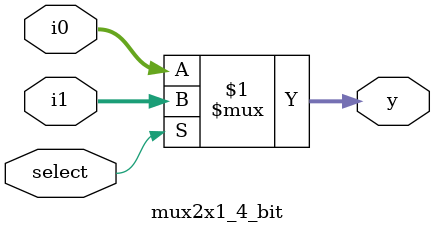
<source format=v>
module mux2x1_4_bit(output [3:0] y, input [3:0] i0,i1 , input select) ; 


assign y = (select) ? i1: i0 ; 


endmodule
</source>
